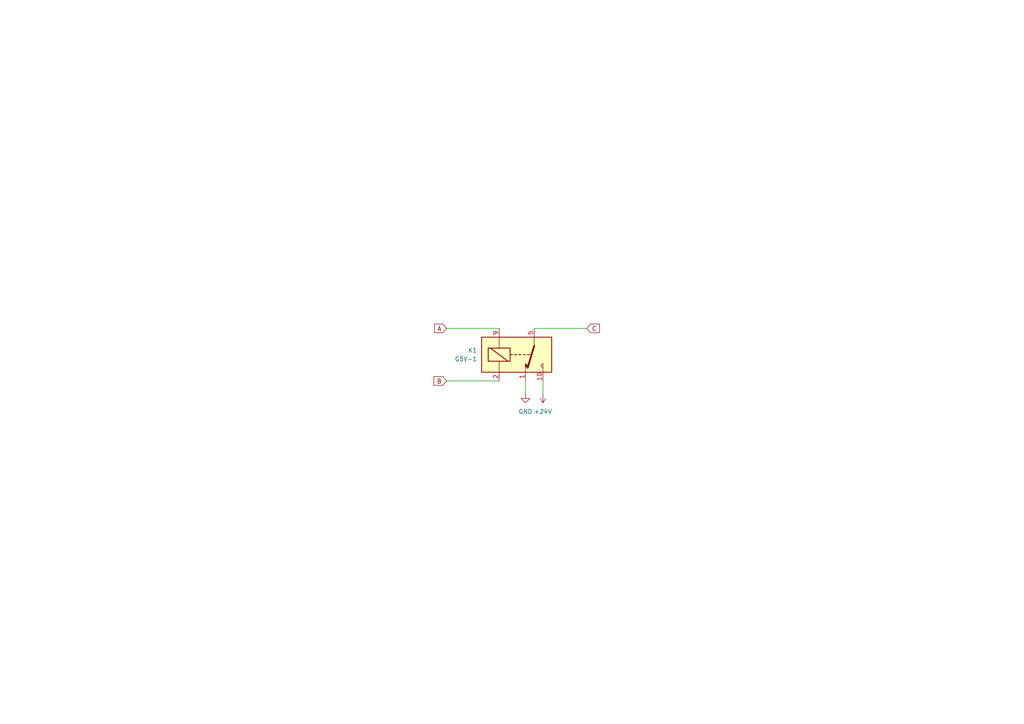
<source format=kicad_sch>
(kicad_sch (version 20211123) (generator eeschema)
  (paper "A4")
  (lib_symbols
    (symbol "Relay:G5V-1"
      (property "Reference" "K" (at 11.43 3.81 0))
      (property "Value" "G5V-1" (at 11.43 1.27 0))
      (symbol "G5V-1_0_0"
        (polyline (pts (xy 7.62 5.08) (xy 7.62 2.54) (xy 6.985 3.175) (xy 7.62 3.81)))
      )
      (symbol "G5V-1_0_1"
        (rectangle (start -10.16 5.08) (end 10.16 -5.08) (stroke (width 0.254)) (fill (type background)))
        (rectangle (start -8.255 1.905) (end -1.905 -1.905) (stroke (width 0.254)))
        (polyline (pts (xy -7.62 -1.905) (xy -2.54 1.905)) (stroke (width 0.254)))
        (polyline (pts (xy -5.08 -5.08) (xy -5.08 -1.905)))
        (polyline (pts (xy -5.08 5.08) (xy -5.08 1.905)))
        (polyline (pts (xy -1.905 0) (xy -1.27 0)) (stroke (width 0.254)))
        (polyline (pts (xy -0.635 0) (xy 0 0)) (stroke (width 0.254)))
        (polyline (pts (xy 0.635 0) (xy 1.27 0)) (stroke (width 0.254)))
        (polyline (pts (xy 1.905 0) (xy 2.54 0)) (stroke (width 0.254)))
        (polyline (pts (xy 3.175 0) (xy 3.81 0)) (stroke (width 0.254)))
        (polyline (pts (xy 5.08 -2.54) (xy 3.175 3.81)) (stroke (width 0.508)))
        (polyline (pts (xy 5.08 -2.54) (xy 5.08 -5.08)))
        (polyline (pts (xy 2.54 5.08) (xy 2.54 2.54) (xy 3.175 3.175) (xy 2.54 3.81)) (fill (type outline)))
      )
      (symbol "G5V-1_1_1"
        (pin passive line (at 2.54 7.62 270) (length 2.54) (name "~") (number "1"))
        (pin passive line (at 7.62 7.62 270) (length 2.54) (name "~") (number "10"))
        (pin passive line (at -5.08 7.62 270) (length 2.54) (name "~") (number "2"))
        (pin passive line (at 5.08 -7.62 90) (length 2.54) (name "~") (number "5"))
        (pin passive line (at 5.08 -7.62 90) (length 2.54) hide (name "~") (number "6"))
        (pin passive line (at -5.08 -7.62 90) (length 2.54) (name "~") (number "9"))
      )
    )
    (symbol "power:+24V" (power) (pin_names (offset 0))
      (property "Value" "+24V" (at 0 3.556 0))
      (symbol "+24V_0_1"
        (polyline (pts (xy -0.762 1.27) (xy 0 2.54)))
        (polyline (pts (xy 0 0) (xy 0 2.54)))
        (polyline (pts (xy 0 2.54) (xy 0.762 1.27)))
      )
      (symbol "+24V_1_1"
        (pin power_in line (at 0 0 90) (length 0) hide (name "+24V") (number "1"))
      )
    )
    (symbol "power:GND" (power) (pin_names (offset 0))
      (property "Value" "GND" (at 0 -3.81 0))
      (symbol "GND_0_1"
        (polyline (pts (xy 0 0) (xy 0 -1.27) (xy 1.27 -1.27) (xy 0 -2.54) (xy -1.27 -1.27) (xy 0 -1.27)))
      )
      (symbol "GND_1_1"
        (pin power_in line (at 0 0 270) (length 0) hide (name "GND") (number "1"))
      )
    )
  )
  (wire (pts (xy 129.54 95.25) (xy 144.78 95.25)))
  (wire (pts (xy 152.4 110.49) (xy 152.4 114.3)))
  (wire (pts (xy 154.94 95.25) (xy 170.18 95.25)))
  (wire (pts (xy 157.48 110.49) (xy 157.48 114.3)))
  (wire (pts (xy 129.54 110.49) (xy 144.78 110.49)))
  (global_label "A" (shape input) (at 129.54 95.25 180) (property "Intersheet References" "${INTERSHEET_REFS}" (effects hide)))
  (global_label "B" (shape input) (at 129.54 110.49 180) (property "Intersheet References" "${INTERSHEET_REFS}" (effects hide)))
  (global_label "C" (shape input) (at 170.18 95.25 0) (property "Intersheet References" "${INTERSHEET_REFS}" (effects hide)))
  (symbol (lib_id "power:GND") (at 152.4 114.3 0) (unit 1)
    (property "Reference" "#PWR0102" (effects hide))
    (property "Value" "GND" (at 152.4 119.38 0))
  )
  (symbol (lib_id "power:+24V") (at 157.48 114.3 180) (unit 1)
    (property "Reference" "#PWR0101" (effects hide))
    (property "Value" "+24V" (at 157.48 119.38 0))
  )
  (symbol (lib_id "Relay:G5V-1") (at 149.86 102.87 0) (mirror x) (unit 1)
    (property "Reference" "K1" (at 138.43 101.5999 0) (effects (justify right)))
    (property "Value" "G5V-1" (at 138.43 104.1399 0) (effects (justify right)))
    (property "Footprint" "Relay_THT:Relay_SPDT_Omron_G5V-1" (effects hide))
    (property "Datasheet" "http://omronfs.omron.com/en_US/ecb/products/pdf/en-g5v_1.pdf" (effects hide))
  )
)
</source>
